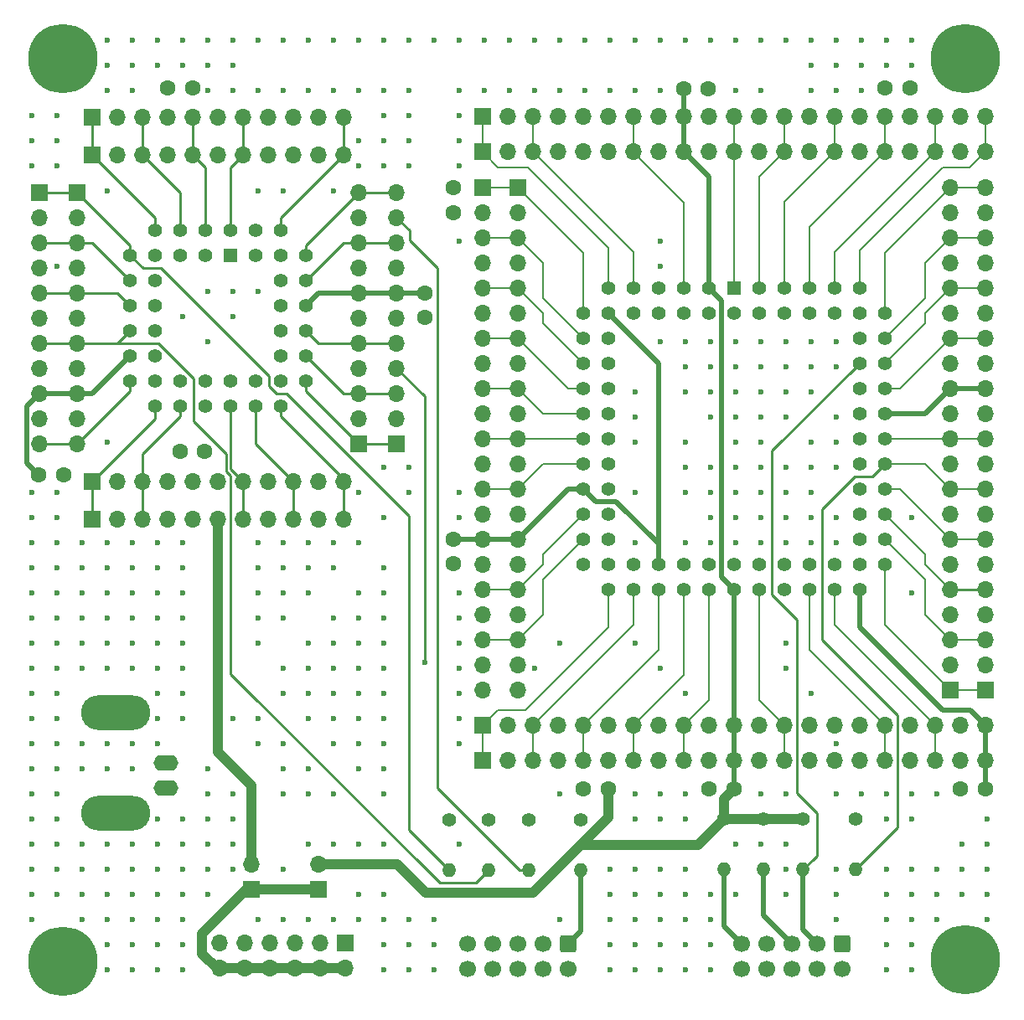
<source format=gtl>
G04 #@! TF.GenerationSoftware,KiCad,Pcbnew,8.0.3+1*
G04 #@! TF.CreationDate,2024-08-08T21:54:26+02:00*
G04 #@! TF.ProjectId,EpmDevBoard,45706d44-6576-4426-9f61-72642e6b6963,rev?*
G04 #@! TF.SameCoordinates,Original*
G04 #@! TF.FileFunction,Copper,L1,Top*
G04 #@! TF.FilePolarity,Positive*
%FSLAX46Y46*%
G04 Gerber Fmt 4.6, Leading zero omitted, Abs format (unit mm)*
G04 Created by KiCad (PCBNEW 8.0.3+1) date 2024-08-08 21:54:26*
%MOMM*%
%LPD*%
G01*
G04 APERTURE LIST*
G04 Aperture macros list*
%AMRoundRect*
0 Rectangle with rounded corners*
0 $1 Rounding radius*
0 $2 $3 $4 $5 $6 $7 $8 $9 X,Y pos of 4 corners*
0 Add a 4 corners polygon primitive as box body*
4,1,4,$2,$3,$4,$5,$6,$7,$8,$9,$2,$3,0*
0 Add four circle primitives for the rounded corners*
1,1,$1+$1,$2,$3*
1,1,$1+$1,$4,$5*
1,1,$1+$1,$6,$7*
1,1,$1+$1,$8,$9*
0 Add four rect primitives between the rounded corners*
20,1,$1+$1,$2,$3,$4,$5,0*
20,1,$1+$1,$4,$5,$6,$7,0*
20,1,$1+$1,$6,$7,$8,$9,0*
20,1,$1+$1,$8,$9,$2,$3,0*%
G04 Aperture macros list end*
G04 #@! TA.AperFunction,ComponentPad*
%ADD10O,1.700000X1.700000*%
G04 #@! TD*
G04 #@! TA.AperFunction,ComponentPad*
%ADD11R,1.700000X1.700000*%
G04 #@! TD*
G04 #@! TA.AperFunction,ComponentPad*
%ADD12O,1.400000X1.400000*%
G04 #@! TD*
G04 #@! TA.AperFunction,ComponentPad*
%ADD13C,1.400000*%
G04 #@! TD*
G04 #@! TA.AperFunction,ComponentPad*
%ADD14C,7.000000*%
G04 #@! TD*
G04 #@! TA.AperFunction,ComponentPad*
%ADD15C,1.422400*%
G04 #@! TD*
G04 #@! TA.AperFunction,ComponentPad*
%ADD16R,1.422400X1.422400*%
G04 #@! TD*
G04 #@! TA.AperFunction,ComponentPad*
%ADD17C,1.600000*%
G04 #@! TD*
G04 #@! TA.AperFunction,ComponentPad*
%ADD18C,1.700000*%
G04 #@! TD*
G04 #@! TA.AperFunction,ComponentPad*
%ADD19RoundRect,0.250000X-0.600000X0.600000X-0.600000X-0.600000X0.600000X-0.600000X0.600000X0.600000X0*%
G04 #@! TD*
G04 #@! TA.AperFunction,ComponentPad*
%ADD20O,7.000000X3.500000*%
G04 #@! TD*
G04 #@! TA.AperFunction,ComponentPad*
%ADD21O,2.500000X1.600000*%
G04 #@! TD*
G04 #@! TA.AperFunction,ViaPad*
%ADD22C,0.600000*%
G04 #@! TD*
G04 #@! TA.AperFunction,Conductor*
%ADD23C,0.250000*%
G04 #@! TD*
G04 #@! TA.AperFunction,Conductor*
%ADD24C,0.200000*%
G04 #@! TD*
G04 #@! TA.AperFunction,Conductor*
%ADD25C,0.500000*%
G04 #@! TD*
G04 #@! TA.AperFunction,Conductor*
%ADD26C,1.000000*%
G04 #@! TD*
G04 APERTURE END LIST*
D10*
X73406000Y-162418500D03*
D11*
X73406000Y-164958500D03*
D10*
X70206000Y-172933500D03*
X70206000Y-170393500D03*
X72746000Y-172933500D03*
X72746000Y-170393500D03*
X75286000Y-172933500D03*
X75286000Y-170393500D03*
X77826000Y-172933500D03*
X77826000Y-170393500D03*
X80366000Y-172933500D03*
X80366000Y-170393500D03*
X82906000Y-172933500D03*
D11*
X82906000Y-170393500D03*
D12*
X129131000Y-162953500D03*
D13*
X129131000Y-157873500D03*
D10*
X100296000Y-144762800D03*
X100296000Y-142222800D03*
X100296000Y-139682800D03*
X100296000Y-137142800D03*
X100296000Y-134602800D03*
X100296000Y-132062800D03*
X100296000Y-129522800D03*
X100296000Y-126982800D03*
X100296000Y-124442800D03*
X100296000Y-121902800D03*
X100296000Y-119362800D03*
X100296000Y-116822800D03*
X100296000Y-114282800D03*
X100296000Y-111742800D03*
X100296000Y-109202800D03*
X100296000Y-106662800D03*
X100296000Y-104122800D03*
X100296000Y-101582800D03*
X100296000Y-99042800D03*
X100296000Y-96502800D03*
D11*
X100296000Y-93962800D03*
D10*
X55810000Y-119865000D03*
X55810000Y-117325000D03*
X55810000Y-114785000D03*
X55810000Y-112245000D03*
X55810000Y-109705000D03*
X55810000Y-107165000D03*
X55810000Y-104625000D03*
X55810000Y-102085000D03*
X55810000Y-99545000D03*
X55810000Y-97005000D03*
D11*
X55810000Y-94465000D03*
D14*
X54300000Y-81000000D03*
D15*
X71304000Y-98275000D03*
X73844000Y-100815000D03*
X73844000Y-98275000D03*
X76384000Y-100815000D03*
X76384000Y-98275000D03*
X78924000Y-100815000D03*
X76384000Y-103355000D03*
X78924000Y-103355000D03*
X76384000Y-105895000D03*
X78924000Y-105895000D03*
X76384000Y-108435000D03*
X78924000Y-108435000D03*
X76384000Y-110975000D03*
X78924000Y-110975000D03*
X76384000Y-113515000D03*
X78924000Y-113515000D03*
X76384000Y-116055000D03*
X73844000Y-113515000D03*
X73844000Y-116055000D03*
X71304000Y-113515000D03*
X71304000Y-116055000D03*
X68764000Y-113515000D03*
X68764000Y-116055000D03*
X66224000Y-113515000D03*
X66224000Y-116055000D03*
X63684000Y-113515000D03*
X63684000Y-116055000D03*
X61144000Y-113515000D03*
X63684000Y-110975000D03*
X61144000Y-110975000D03*
X63684000Y-108435000D03*
X61144000Y-108435000D03*
X63684000Y-105895000D03*
X61144000Y-105895000D03*
X63684000Y-103355000D03*
X61144000Y-103355000D03*
X63684000Y-100815000D03*
X61144000Y-100815000D03*
X63684000Y-98275000D03*
X66224000Y-100815000D03*
X66224000Y-98275000D03*
X68764000Y-100815000D03*
X68764000Y-98275000D03*
D16*
X71304000Y-100815000D03*
D10*
X82734000Y-90655000D03*
X80194000Y-90655000D03*
X77654000Y-90655000D03*
X75114000Y-90655000D03*
X72574000Y-90655000D03*
X70034000Y-90655000D03*
X67494000Y-90655000D03*
X64954000Y-90655000D03*
X62414000Y-90655000D03*
X59874000Y-90655000D03*
D11*
X57334000Y-90655000D03*
D10*
X147540000Y-93962800D03*
X147540000Y-96502800D03*
X147540000Y-99042800D03*
X147540000Y-101582800D03*
X147540000Y-104122800D03*
X147540000Y-106662800D03*
X147540000Y-109202800D03*
X147540000Y-111742800D03*
X147540000Y-114282800D03*
X147540000Y-116822800D03*
X147540000Y-119362800D03*
X147540000Y-121902800D03*
X147540000Y-124442800D03*
X147540000Y-126982800D03*
X147540000Y-129522800D03*
X147540000Y-132062800D03*
X147540000Y-134602800D03*
X147540000Y-137142800D03*
X147540000Y-139682800D03*
X147540000Y-142222800D03*
D11*
X147540000Y-144762800D03*
D17*
X54400000Y-123025000D03*
X51900000Y-123025000D03*
D14*
X145500000Y-172100000D03*
D17*
X137425000Y-83925000D03*
X139925000Y-83925000D03*
X90932000Y-107125000D03*
X90932000Y-104625000D03*
D10*
X82734000Y-86845000D03*
X80194000Y-86845000D03*
X77654000Y-86845000D03*
X75114000Y-86845000D03*
X72574000Y-86845000D03*
X70034000Y-86845000D03*
X67494000Y-86845000D03*
X64954000Y-86845000D03*
X62414000Y-86845000D03*
X59874000Y-86845000D03*
D11*
X57334000Y-86845000D03*
D12*
X125131000Y-162953500D03*
D13*
X125131000Y-157873500D03*
D10*
X147540000Y-148318800D03*
X145000000Y-148318800D03*
X142460000Y-148318800D03*
X139920000Y-148318800D03*
X137380000Y-148318800D03*
X134840000Y-148318800D03*
X132300000Y-148318800D03*
X129760000Y-148318800D03*
X127220000Y-148318800D03*
X124680000Y-148318800D03*
X122140000Y-148318800D03*
X119600000Y-148318800D03*
X117060000Y-148318800D03*
X114520000Y-148318800D03*
X111980000Y-148318800D03*
X109440000Y-148318800D03*
X106900000Y-148318800D03*
X104360000Y-148318800D03*
X101820000Y-148318800D03*
X99280000Y-148318800D03*
D11*
X96740000Y-148318800D03*
D17*
X119650000Y-154750000D03*
X122150000Y-154750000D03*
D12*
X97381000Y-163013500D03*
D13*
X97381000Y-157933500D03*
D17*
X93800000Y-132025000D03*
X93800000Y-129525000D03*
D12*
X134431000Y-162953500D03*
D13*
X134431000Y-157873500D03*
D10*
X84258000Y-94465000D03*
X84258000Y-97005000D03*
X84258000Y-99545000D03*
X84258000Y-102085000D03*
X84258000Y-104625000D03*
X84258000Y-107165000D03*
X84258000Y-109705000D03*
X84258000Y-112245000D03*
X84258000Y-114785000D03*
X84258000Y-117325000D03*
D11*
X84258000Y-119865000D03*
D10*
X96740000Y-144762800D03*
X96740000Y-142222800D03*
X96740000Y-139682800D03*
X96740000Y-137142800D03*
X96740000Y-134602800D03*
X96740000Y-132062800D03*
X96740000Y-129522800D03*
X96740000Y-126982800D03*
X96740000Y-124442800D03*
X96740000Y-121902800D03*
X96740000Y-119362800D03*
X96740000Y-116822800D03*
X96740000Y-114282800D03*
X96740000Y-111742800D03*
X96740000Y-109202800D03*
X96740000Y-106662800D03*
X96740000Y-104122800D03*
X96740000Y-101582800D03*
X96740000Y-99042800D03*
X96740000Y-96502800D03*
D11*
X96740000Y-93962800D03*
D10*
X147540000Y-86800000D03*
X145000000Y-86800000D03*
X142460000Y-86800000D03*
X139920000Y-86800000D03*
X137380000Y-86800000D03*
X134840000Y-86800000D03*
X132300000Y-86800000D03*
X129760000Y-86800000D03*
X127220000Y-86800000D03*
X124680000Y-86800000D03*
X122140000Y-86800000D03*
X119600000Y-86800000D03*
X117060000Y-86800000D03*
X114520000Y-86800000D03*
X111980000Y-86800000D03*
X109440000Y-86800000D03*
X106900000Y-86800000D03*
X104360000Y-86800000D03*
X101820000Y-86800000D03*
X99280000Y-86800000D03*
D11*
X96740000Y-86800000D03*
D12*
X121131000Y-162953500D03*
D13*
X121131000Y-157873500D03*
D17*
X119550000Y-83975000D03*
X117050000Y-83975000D03*
X67450000Y-83925000D03*
X64950000Y-83925000D03*
X93775000Y-94000000D03*
X93775000Y-96500000D03*
X106925000Y-154775000D03*
X109425000Y-154775000D03*
D10*
X52000000Y-119865000D03*
X52000000Y-117325000D03*
X52000000Y-114785000D03*
X52000000Y-112245000D03*
X52000000Y-109705000D03*
X52000000Y-107165000D03*
X52000000Y-104625000D03*
X52000000Y-102085000D03*
X52000000Y-99545000D03*
X52000000Y-97005000D03*
D11*
X52000000Y-94465000D03*
D14*
X145500000Y-81000000D03*
D12*
X93381000Y-163013500D03*
D13*
X93381000Y-157933500D03*
D12*
X101381000Y-163003500D03*
D13*
X101381000Y-157923500D03*
D10*
X82734000Y-123675000D03*
X80194000Y-123675000D03*
X77654000Y-123675000D03*
X75114000Y-123675000D03*
X72574000Y-123675000D03*
X70034000Y-123675000D03*
X67494000Y-123675000D03*
X64954000Y-123675000D03*
X62414000Y-123675000D03*
X59874000Y-123675000D03*
D11*
X57334000Y-123675000D03*
D15*
X124680000Y-106662800D03*
X124680000Y-104122800D03*
X127220000Y-106662800D03*
X127220000Y-104122800D03*
X129760000Y-106662800D03*
X129760000Y-104122800D03*
X132300000Y-106662800D03*
X132300000Y-104122800D03*
X134840000Y-106662800D03*
X134840000Y-104122800D03*
X137380000Y-106662800D03*
X134840000Y-109202800D03*
X137380000Y-109202800D03*
X134840000Y-111742800D03*
X137380000Y-111742800D03*
X134840000Y-114282800D03*
X137380000Y-114282800D03*
X134840000Y-116822800D03*
X137380000Y-116822800D03*
X134840000Y-119362800D03*
X137380000Y-119362800D03*
X134840000Y-121902800D03*
X137380000Y-121902800D03*
X134840000Y-124442800D03*
X137380000Y-124442800D03*
X134840000Y-126982800D03*
X137380000Y-126982800D03*
X134840000Y-129522800D03*
X137380000Y-129522800D03*
X134840000Y-132062800D03*
X137380000Y-132062800D03*
X134840000Y-134602800D03*
X132300000Y-132062800D03*
X132300000Y-134602800D03*
X129760000Y-132062800D03*
X129760000Y-134602800D03*
X127220000Y-132062800D03*
X127220000Y-134602800D03*
X124680000Y-132062800D03*
X124680000Y-134602800D03*
X122140000Y-132062800D03*
X122140000Y-134602800D03*
X119600000Y-132062800D03*
X119600000Y-134602800D03*
X117060000Y-132062800D03*
X117060000Y-134602800D03*
X114520000Y-132062800D03*
X114520000Y-134602800D03*
X111980000Y-132062800D03*
X111980000Y-134602800D03*
X109440000Y-132062800D03*
X109440000Y-134602800D03*
X106900000Y-132062800D03*
X109440000Y-129522800D03*
X106900000Y-129522800D03*
X109440000Y-126982800D03*
X106900000Y-126982800D03*
X109440000Y-124442800D03*
X106900000Y-124442800D03*
X109440000Y-121902800D03*
X106900000Y-121902800D03*
X109440000Y-119362800D03*
X106900000Y-119362800D03*
X109440000Y-116822800D03*
X106900000Y-116822800D03*
X109440000Y-114282800D03*
X106900000Y-114282800D03*
X109440000Y-111742800D03*
X106900000Y-111742800D03*
X109440000Y-109202800D03*
X106900000Y-109202800D03*
X109440000Y-106662800D03*
X106900000Y-106662800D03*
X109440000Y-104122800D03*
X111980000Y-106662800D03*
X111980000Y-104122800D03*
X114520000Y-106662800D03*
X114520000Y-104122800D03*
X117060000Y-106662800D03*
X117060000Y-104122800D03*
X119600000Y-106662800D03*
X119600000Y-104122800D03*
X122140000Y-106662800D03*
D16*
X122140000Y-104122800D03*
D12*
X106681000Y-163013500D03*
D13*
X106681000Y-157933500D03*
D10*
X80156000Y-162418500D03*
D11*
X80156000Y-164958500D03*
D17*
X66150000Y-120625000D03*
X68650000Y-120625000D03*
D18*
X95256000Y-172983500D03*
X95256000Y-170443500D03*
X97796000Y-172983500D03*
X97796000Y-170443500D03*
X100336000Y-172983500D03*
X100336000Y-170443500D03*
X102876000Y-172983500D03*
X102876000Y-170443500D03*
X105416000Y-172983500D03*
D19*
X105416000Y-170443500D03*
D10*
X88068000Y-94465000D03*
X88068000Y-97005000D03*
X88068000Y-99545000D03*
X88068000Y-102085000D03*
X88068000Y-104625000D03*
X88068000Y-107165000D03*
X88068000Y-109705000D03*
X88068000Y-112245000D03*
X88068000Y-114785000D03*
X88068000Y-117325000D03*
D11*
X88068000Y-119865000D03*
D10*
X143984000Y-93962800D03*
X143984000Y-96502800D03*
X143984000Y-99042800D03*
X143984000Y-101582800D03*
X143984000Y-104122800D03*
X143984000Y-106662800D03*
X143984000Y-109202800D03*
X143984000Y-111742800D03*
X143984000Y-114282800D03*
X143984000Y-116822800D03*
X143984000Y-119362800D03*
X143984000Y-121902800D03*
X143984000Y-124442800D03*
X143984000Y-126982800D03*
X143984000Y-129522800D03*
X143984000Y-132062800D03*
X143984000Y-134602800D03*
X143984000Y-137142800D03*
X143984000Y-139682800D03*
X143984000Y-142222800D03*
D11*
X143984000Y-144762800D03*
D10*
X147540000Y-90356000D03*
X145000000Y-90356000D03*
X142460000Y-90356000D03*
X139920000Y-90356000D03*
X137380000Y-90356000D03*
X134840000Y-90356000D03*
X132300000Y-90356000D03*
X129760000Y-90356000D03*
X127220000Y-90356000D03*
X124680000Y-90356000D03*
X122140000Y-90356000D03*
X119600000Y-90356000D03*
X117060000Y-90356000D03*
X114520000Y-90356000D03*
X111980000Y-90356000D03*
X109440000Y-90356000D03*
X106900000Y-90356000D03*
X104360000Y-90356000D03*
X101820000Y-90356000D03*
X99280000Y-90356000D03*
D11*
X96740000Y-90356000D03*
D18*
X122936000Y-172983500D03*
X122936000Y-170443500D03*
X125476000Y-172983500D03*
X125476000Y-170443500D03*
X128016000Y-172983500D03*
X128016000Y-170443500D03*
X130556000Y-172983500D03*
X130556000Y-170443500D03*
X133096000Y-172983500D03*
D19*
X133096000Y-170443500D03*
D14*
X54300000Y-172200000D03*
D20*
X59645000Y-147066000D03*
D21*
X64725000Y-154686000D03*
D20*
X59645000Y-157226000D03*
D21*
X64725000Y-152146000D03*
D17*
X145050000Y-154800000D03*
X147550000Y-154800000D03*
D10*
X147540000Y-151874800D03*
X145000000Y-151874800D03*
X142460000Y-151874800D03*
X139920000Y-151874800D03*
X137380000Y-151874800D03*
X134840000Y-151874800D03*
X132300000Y-151874800D03*
X129760000Y-151874800D03*
X127220000Y-151874800D03*
X124680000Y-151874800D03*
X122140000Y-151874800D03*
X119600000Y-151874800D03*
X117060000Y-151874800D03*
X114520000Y-151874800D03*
X111980000Y-151874800D03*
X109440000Y-151874800D03*
X106900000Y-151874800D03*
X104360000Y-151874800D03*
X101820000Y-151874800D03*
X99280000Y-151874800D03*
D11*
X96740000Y-151874800D03*
D10*
X82734000Y-127485000D03*
X80194000Y-127485000D03*
X77654000Y-127485000D03*
X75114000Y-127485000D03*
X72574000Y-127485000D03*
X70034000Y-127485000D03*
X67494000Y-127485000D03*
X64954000Y-127485000D03*
X62414000Y-127485000D03*
X59874000Y-127485000D03*
D11*
X57334000Y-127485000D03*
D22*
X147740000Y-168015000D03*
X147740000Y-165475000D03*
X147740000Y-162935000D03*
X147740000Y-160395000D03*
X147740000Y-157855000D03*
X145200000Y-165475000D03*
X145200000Y-162935000D03*
X145200000Y-160395000D03*
X142660000Y-168015000D03*
X142660000Y-165475000D03*
X142660000Y-162935000D03*
X142660000Y-155315000D03*
X140120000Y-173095000D03*
X140120000Y-170555000D03*
X140120000Y-168015000D03*
X140120000Y-165475000D03*
X140120000Y-162935000D03*
X140120000Y-157855000D03*
X140120000Y-155315000D03*
X140120000Y-134995000D03*
X140120000Y-127375000D03*
X140120000Y-81655000D03*
X140120000Y-79115000D03*
X137580000Y-173095000D03*
X137580000Y-170555000D03*
X137580000Y-168015000D03*
X137580000Y-165475000D03*
X137580000Y-162935000D03*
X137580000Y-157855000D03*
X137580000Y-155315000D03*
X137580000Y-81655000D03*
X137580000Y-79115000D03*
X135040000Y-155315000D03*
X135040000Y-84195000D03*
X135040000Y-81655000D03*
X135040000Y-79115000D03*
X132500000Y-168015000D03*
X132500000Y-165475000D03*
X132500000Y-162935000D03*
X132500000Y-155315000D03*
X132500000Y-150235000D03*
X132500000Y-129915000D03*
X132500000Y-127375000D03*
X132500000Y-122295000D03*
X132500000Y-119755000D03*
X132500000Y-117215000D03*
X132500000Y-112135000D03*
X132500000Y-109595000D03*
X132500000Y-84195000D03*
X132500000Y-81655000D03*
X132500000Y-79115000D03*
X129960000Y-145155000D03*
X129960000Y-129915000D03*
X129960000Y-127375000D03*
X129960000Y-124835000D03*
X129960000Y-122295000D03*
X129960000Y-119755000D03*
X129960000Y-114675000D03*
X129960000Y-112135000D03*
X129960000Y-109595000D03*
X129960000Y-84195000D03*
X129960000Y-81655000D03*
X129960000Y-79115000D03*
X127420000Y-165475000D03*
X127420000Y-162935000D03*
X127420000Y-160395000D03*
X127420000Y-155315000D03*
X127420000Y-142615000D03*
X127420000Y-140075000D03*
X127420000Y-129915000D03*
X127420000Y-127375000D03*
X127420000Y-124835000D03*
X127420000Y-122295000D03*
X127420000Y-117215000D03*
X127420000Y-114675000D03*
X127420000Y-112135000D03*
X127420000Y-109595000D03*
X127420000Y-79115000D03*
X124880000Y-160395000D03*
X124880000Y-155315000D03*
X124880000Y-129915000D03*
X124880000Y-127375000D03*
X124880000Y-124835000D03*
X124880000Y-122295000D03*
X124880000Y-119755000D03*
X124880000Y-117215000D03*
X124880000Y-114675000D03*
X124880000Y-112135000D03*
X124880000Y-109595000D03*
X124880000Y-84195000D03*
X124880000Y-79115000D03*
X122340000Y-165475000D03*
X122340000Y-160395000D03*
X122340000Y-129915000D03*
X122340000Y-127375000D03*
X122340000Y-124835000D03*
X122340000Y-122295000D03*
X122340000Y-119755000D03*
X122340000Y-117215000D03*
X122340000Y-114675000D03*
X122340000Y-112135000D03*
X122340000Y-109595000D03*
X122340000Y-84195000D03*
X122340000Y-79115000D03*
X119800000Y-173095000D03*
X119800000Y-170555000D03*
X119800000Y-168015000D03*
X119800000Y-165475000D03*
X119800000Y-129915000D03*
X119800000Y-127375000D03*
X119800000Y-124835000D03*
X119800000Y-122295000D03*
X119800000Y-117215000D03*
X119800000Y-114675000D03*
X119800000Y-112135000D03*
X119800000Y-109595000D03*
X119800000Y-79115000D03*
X117260000Y-173095000D03*
X117260000Y-170555000D03*
X117260000Y-168015000D03*
X117260000Y-165475000D03*
X117260000Y-162935000D03*
X117260000Y-157855000D03*
X117260000Y-155315000D03*
X117260000Y-145155000D03*
X117260000Y-129915000D03*
X117260000Y-124835000D03*
X117260000Y-122295000D03*
X117260000Y-119755000D03*
X117260000Y-114675000D03*
X117260000Y-112135000D03*
X117260000Y-109595000D03*
X117260000Y-79115000D03*
X114720000Y-173095000D03*
X114720000Y-170555000D03*
X114720000Y-168015000D03*
X114720000Y-165475000D03*
X114720000Y-162935000D03*
X114720000Y-157855000D03*
X114720000Y-155315000D03*
X114720000Y-142615000D03*
X114720000Y-109595000D03*
X114720000Y-101975000D03*
X114720000Y-99435000D03*
X114720000Y-84195000D03*
X114720000Y-79115000D03*
X112180000Y-173095000D03*
X112180000Y-170555000D03*
X112180000Y-168015000D03*
X112180000Y-165475000D03*
X112180000Y-162935000D03*
X112180000Y-157855000D03*
X112180000Y-155315000D03*
X112180000Y-140075000D03*
X112180000Y-129915000D03*
X112180000Y-124835000D03*
X112180000Y-119755000D03*
X112180000Y-117215000D03*
X112180000Y-114675000D03*
X112180000Y-84195000D03*
X112180000Y-79115000D03*
X109640000Y-173095000D03*
X109640000Y-170555000D03*
X109640000Y-168015000D03*
X109640000Y-165475000D03*
X109640000Y-162935000D03*
X109640000Y-84195000D03*
X109640000Y-79115000D03*
X107100000Y-84195000D03*
X107100000Y-79115000D03*
X104560000Y-168015000D03*
X104560000Y-155315000D03*
X104560000Y-140075000D03*
X104560000Y-84195000D03*
X104560000Y-79115000D03*
X102020000Y-142615000D03*
X102020000Y-84195000D03*
X102020000Y-79115000D03*
X99480000Y-84195000D03*
X99480000Y-79115000D03*
X96940000Y-84195000D03*
X96940000Y-79115000D03*
X94400000Y-160395000D03*
X94400000Y-150235000D03*
X94400000Y-147695000D03*
X94400000Y-145155000D03*
X94400000Y-142615000D03*
X94400000Y-140075000D03*
X94400000Y-137535000D03*
X94400000Y-134995000D03*
X94400000Y-127375000D03*
X94400000Y-124835000D03*
X94400000Y-99435000D03*
X94400000Y-91815000D03*
X94400000Y-89275000D03*
X94400000Y-86735000D03*
X94400000Y-84195000D03*
X94400000Y-79115000D03*
X91860000Y-173095000D03*
X91860000Y-170555000D03*
X91860000Y-168015000D03*
X91860000Y-79115000D03*
X89320000Y-173095000D03*
X89320000Y-170555000D03*
X89320000Y-168015000D03*
X89320000Y-124835000D03*
X89320000Y-122295000D03*
X89320000Y-91815000D03*
X89320000Y-89275000D03*
X89320000Y-86735000D03*
X89320000Y-84195000D03*
X89320000Y-79115000D03*
X86780000Y-173095000D03*
X86780000Y-170555000D03*
X86780000Y-168015000D03*
X86780000Y-165475000D03*
X86780000Y-160395000D03*
X86780000Y-155315000D03*
X86780000Y-152775000D03*
X86780000Y-150235000D03*
X86780000Y-147695000D03*
X86780000Y-145155000D03*
X86780000Y-142615000D03*
X86780000Y-140075000D03*
X86780000Y-137535000D03*
X86780000Y-134995000D03*
X86780000Y-132455000D03*
X86780000Y-127375000D03*
X86780000Y-122295000D03*
X86780000Y-91815000D03*
X86780000Y-89275000D03*
X86780000Y-86735000D03*
X86780000Y-84195000D03*
X86780000Y-79115000D03*
X84240000Y-168015000D03*
X84240000Y-165475000D03*
X84240000Y-160395000D03*
X84240000Y-152775000D03*
X84240000Y-150235000D03*
X84240000Y-147695000D03*
X84240000Y-145155000D03*
X84240000Y-142615000D03*
X84240000Y-140075000D03*
X84240000Y-137535000D03*
X84240000Y-134995000D03*
X84240000Y-129915000D03*
X84240000Y-124835000D03*
X84240000Y-91815000D03*
X84240000Y-89275000D03*
X84240000Y-84195000D03*
X84240000Y-79115000D03*
X81700000Y-168015000D03*
X81700000Y-160395000D03*
X81700000Y-155315000D03*
X81700000Y-150235000D03*
X81700000Y-147695000D03*
X81700000Y-145155000D03*
X81700000Y-142615000D03*
X81700000Y-140075000D03*
X81700000Y-137535000D03*
X81700000Y-132455000D03*
X81700000Y-129915000D03*
X81700000Y-94355000D03*
X81700000Y-84195000D03*
X81700000Y-79115000D03*
X79160000Y-168015000D03*
X79160000Y-160395000D03*
X79160000Y-155315000D03*
X79160000Y-152775000D03*
X79160000Y-147695000D03*
X79160000Y-145155000D03*
X79160000Y-142615000D03*
X79160000Y-140075000D03*
X79160000Y-134995000D03*
X79160000Y-132455000D03*
X79160000Y-129915000D03*
X79160000Y-84195000D03*
X79160000Y-79115000D03*
X76620000Y-168015000D03*
X76620000Y-162935000D03*
X76620000Y-155315000D03*
X76620000Y-152775000D03*
X76620000Y-150235000D03*
X76620000Y-145155000D03*
X76620000Y-142615000D03*
X76620000Y-137535000D03*
X76620000Y-134995000D03*
X76620000Y-132455000D03*
X76620000Y-129915000D03*
X76620000Y-94355000D03*
X76620000Y-84195000D03*
X76620000Y-79115000D03*
X74080000Y-168015000D03*
X74080000Y-150235000D03*
X74080000Y-147695000D03*
X74080000Y-140075000D03*
X74080000Y-137535000D03*
X74080000Y-134995000D03*
X74080000Y-132455000D03*
X74080000Y-129915000D03*
X74080000Y-104515000D03*
X74080000Y-94355000D03*
X74080000Y-84195000D03*
X74080000Y-79115000D03*
X71540000Y-162935000D03*
X71540000Y-160395000D03*
X71540000Y-157855000D03*
X71540000Y-155315000D03*
X71540000Y-147695000D03*
X71540000Y-107055000D03*
X71540000Y-104515000D03*
X71540000Y-84195000D03*
X71540000Y-81655000D03*
X71540000Y-79115000D03*
X69000000Y-165475000D03*
X69000000Y-162935000D03*
X69000000Y-160395000D03*
X69000000Y-157855000D03*
X69000000Y-155315000D03*
X69000000Y-152775000D03*
X69000000Y-109595000D03*
X69000000Y-104515000D03*
X69000000Y-84195000D03*
X69000000Y-81655000D03*
X69000000Y-79115000D03*
X66460000Y-173095000D03*
X66460000Y-170555000D03*
X66460000Y-168015000D03*
X66460000Y-165475000D03*
X66460000Y-162935000D03*
X66460000Y-160395000D03*
X66460000Y-157855000D03*
X66460000Y-147695000D03*
X66460000Y-145155000D03*
X66460000Y-142615000D03*
X66460000Y-140075000D03*
X66460000Y-137535000D03*
X66460000Y-134995000D03*
X66460000Y-132455000D03*
X66460000Y-129915000D03*
X66460000Y-107055000D03*
X66460000Y-81655000D03*
X66460000Y-79115000D03*
X63920000Y-173095000D03*
X63920000Y-170555000D03*
X63920000Y-168015000D03*
X63920000Y-165475000D03*
X63920000Y-162935000D03*
X63920000Y-160395000D03*
X63920000Y-157855000D03*
X63920000Y-150235000D03*
X63920000Y-147695000D03*
X63920000Y-145155000D03*
X63920000Y-142615000D03*
X63920000Y-140075000D03*
X63920000Y-137535000D03*
X63920000Y-134995000D03*
X63920000Y-132455000D03*
X63920000Y-129915000D03*
X63920000Y-81655000D03*
X63920000Y-79115000D03*
X61380000Y-173095000D03*
X61380000Y-170555000D03*
X61380000Y-168015000D03*
X61380000Y-165475000D03*
X61380000Y-162935000D03*
X61380000Y-160395000D03*
X61380000Y-152775000D03*
X61380000Y-150235000D03*
X61380000Y-142615000D03*
X61380000Y-140075000D03*
X61380000Y-137535000D03*
X61380000Y-134995000D03*
X61380000Y-132455000D03*
X61380000Y-129915000D03*
X61380000Y-84195000D03*
X61380000Y-81655000D03*
X61380000Y-79115000D03*
X58840000Y-173095000D03*
X58840000Y-170555000D03*
X58840000Y-168015000D03*
X58840000Y-165475000D03*
X58840000Y-162935000D03*
X58840000Y-160395000D03*
X58840000Y-152775000D03*
X58840000Y-150235000D03*
X58840000Y-142615000D03*
X58840000Y-140075000D03*
X58840000Y-137535000D03*
X58840000Y-134995000D03*
X58840000Y-132455000D03*
X58840000Y-129915000D03*
X58840000Y-119755000D03*
X58840000Y-94355000D03*
X58840000Y-84195000D03*
X58840000Y-81655000D03*
X58840000Y-79115000D03*
X56300000Y-168015000D03*
X56300000Y-165475000D03*
X56300000Y-162935000D03*
X56300000Y-160395000D03*
X56300000Y-152775000D03*
X56300000Y-150235000D03*
X56300000Y-142615000D03*
X56300000Y-140075000D03*
X56300000Y-137535000D03*
X56300000Y-134995000D03*
X56300000Y-132455000D03*
X56300000Y-129915000D03*
X53760000Y-165475000D03*
X53760000Y-162935000D03*
X53760000Y-160395000D03*
X53760000Y-157855000D03*
X53760000Y-155315000D03*
X53760000Y-152775000D03*
X53760000Y-150235000D03*
X53760000Y-147695000D03*
X53760000Y-145155000D03*
X53760000Y-142615000D03*
X53760000Y-140075000D03*
X53760000Y-137535000D03*
X53760000Y-134995000D03*
X53760000Y-132455000D03*
X53760000Y-129915000D03*
X53760000Y-127375000D03*
X53760000Y-124835000D03*
X53760000Y-101975000D03*
X53760000Y-91815000D03*
X53760000Y-89275000D03*
X53760000Y-86735000D03*
X51220000Y-168015000D03*
X51220000Y-165475000D03*
X51220000Y-162935000D03*
X51220000Y-160395000D03*
X51220000Y-157855000D03*
X51220000Y-155315000D03*
X51220000Y-152775000D03*
X51220000Y-150235000D03*
X51220000Y-147695000D03*
X51220000Y-145155000D03*
X51220000Y-142615000D03*
X51220000Y-140075000D03*
X51220000Y-137535000D03*
X51220000Y-134995000D03*
X51220000Y-132455000D03*
X51220000Y-129915000D03*
X51220000Y-127375000D03*
X51220000Y-124835000D03*
X51220000Y-91815000D03*
X51220000Y-89275000D03*
X51220000Y-86735000D03*
X90932000Y-141986000D03*
D23*
X66224000Y-94465000D02*
X62414000Y-90655000D01*
X66224000Y-98275000D02*
X66224000Y-94465000D01*
X62414000Y-90655000D02*
X62414000Y-86845000D01*
X82734000Y-90655000D02*
X82734000Y-86845000D01*
X76384000Y-98275000D02*
X76384000Y-97005000D01*
X76384000Y-97005000D02*
X82734000Y-90655000D01*
X68764000Y-91925000D02*
X67494000Y-90655000D01*
X67494000Y-90655000D02*
X67494000Y-86845000D01*
X68764000Y-98275000D02*
X68764000Y-91925000D01*
X71304000Y-98275000D02*
X71304000Y-91925000D01*
X71304000Y-91925000D02*
X72574000Y-90655000D01*
X72574000Y-90655000D02*
X72574000Y-86845000D01*
X63684000Y-98275000D02*
X63684000Y-97005000D01*
X63684000Y-97005000D02*
X57334000Y-90655000D01*
X57334000Y-90655000D02*
X57334000Y-86845000D01*
X55810000Y-99545000D02*
X52000000Y-99545000D01*
X57334000Y-99545000D02*
X55810000Y-99545000D01*
X61144000Y-103355000D02*
X57334000Y-99545000D01*
X61144000Y-114531000D02*
X55810000Y-119865000D01*
X55810000Y-119865000D02*
X52000000Y-119865000D01*
X61144000Y-113515000D02*
X61144000Y-114531000D01*
X55810000Y-104625000D02*
X52000000Y-104625000D01*
X61144000Y-105895000D02*
X59874000Y-104625000D01*
X59874000Y-104625000D02*
X55810000Y-104625000D01*
X84258000Y-114785000D02*
X88068000Y-114785000D01*
X78924000Y-110975000D02*
X82734000Y-114785000D01*
X82734000Y-114785000D02*
X84258000Y-114785000D01*
X78924000Y-108435000D02*
X80194000Y-109705000D01*
X84258000Y-109705000D02*
X88068000Y-109705000D01*
X80194000Y-109705000D02*
X84258000Y-109705000D01*
X78924000Y-100815000D02*
X78924000Y-99799000D01*
X78924000Y-99799000D02*
X84258000Y-94465000D01*
X84258000Y-94465000D02*
X88068000Y-94465000D01*
X78924000Y-114531000D02*
X84258000Y-119865000D01*
X84258000Y-119865000D02*
X88068000Y-119865000D01*
X78924000Y-113515000D02*
X78924000Y-114531000D01*
X84258000Y-99545000D02*
X88068000Y-99545000D01*
X82734000Y-99545000D02*
X84258000Y-99545000D01*
X78924000Y-103355000D02*
X82734000Y-99545000D01*
X72574000Y-123675000D02*
X72574000Y-127485000D01*
X71304000Y-122405000D02*
X72574000Y-123675000D01*
X71304000Y-116055000D02*
X71304000Y-122405000D01*
X82734000Y-123421000D02*
X82734000Y-123675000D01*
X76384000Y-117071000D02*
X82734000Y-123421000D01*
X82734000Y-123675000D02*
X82734000Y-127485000D01*
X76384000Y-116055000D02*
X76384000Y-117071000D01*
X57334000Y-123675000D02*
X57334000Y-127485000D01*
X63684000Y-116055000D02*
X63684000Y-117325000D01*
X63684000Y-117325000D02*
X57334000Y-123675000D01*
X66224000Y-117126000D02*
X66224000Y-116055000D01*
X62414000Y-123675000D02*
X62414000Y-127485000D01*
X62414000Y-120936000D02*
X66224000Y-117126000D01*
X62414000Y-123675000D02*
X62414000Y-120936000D01*
X73844000Y-116055000D02*
X73844000Y-119865000D01*
X73844000Y-119865000D02*
X77654000Y-123675000D01*
X77654000Y-127485000D02*
X77654000Y-123675000D01*
D24*
X111980000Y-104122800D02*
X111980000Y-100516000D01*
X111980000Y-100516000D02*
X101820000Y-90356000D01*
X101820000Y-90356000D02*
X101820000Y-86800000D01*
X142460000Y-90356000D02*
X142460000Y-86800000D01*
X132300000Y-104122800D02*
X132300000Y-100516000D01*
X132300000Y-100516000D02*
X142460000Y-90356000D01*
X122140000Y-104122800D02*
X122140000Y-90356000D01*
X122140000Y-90356000D02*
X122140000Y-86800000D01*
X109440000Y-100058800D02*
X101312000Y-91930800D01*
X96740000Y-90356000D02*
X96740000Y-86800000D01*
X101312000Y-91930800D02*
X98314800Y-91930800D01*
X98314800Y-91930800D02*
X96740000Y-90356000D01*
X109440000Y-104122800D02*
X109440000Y-100058800D01*
X143222000Y-91930800D02*
X145965200Y-91930800D01*
X134840000Y-104122800D02*
X134840000Y-100312800D01*
X134840000Y-100312800D02*
X143222000Y-91930800D01*
X147540000Y-90356000D02*
X147540000Y-86800000D01*
X145965200Y-91930800D02*
X147540000Y-90356000D01*
X111980000Y-90356000D02*
X111980000Y-86800000D01*
X111980000Y-90406800D02*
X111980000Y-90356000D01*
X117060000Y-104122800D02*
X117060000Y-95486800D01*
X117060000Y-95486800D02*
X111980000Y-90406800D01*
X129760000Y-104122800D02*
X129760000Y-97976000D01*
X137380000Y-90356000D02*
X137380000Y-86800000D01*
X129760000Y-97976000D02*
X137380000Y-90356000D01*
X132300000Y-90356000D02*
X132300000Y-86800000D01*
X127220000Y-104122800D02*
X127220000Y-95436000D01*
X127220000Y-95436000D02*
X132300000Y-90356000D01*
X106900000Y-114282800D02*
X105376000Y-114282800D01*
X105376000Y-114282800D02*
X100296000Y-109202800D01*
X100296000Y-109202800D02*
X96740000Y-109202800D01*
X106900000Y-106662800D02*
X106900000Y-100566800D01*
X100296000Y-93962800D02*
X96740000Y-93962800D01*
X106900000Y-100566800D02*
X100296000Y-93962800D01*
X106900000Y-116822800D02*
X102836000Y-116822800D01*
X100296000Y-114282800D02*
X96740000Y-114282800D01*
X102836000Y-116822800D02*
X100296000Y-114282800D01*
X106900000Y-129522800D02*
X102836000Y-133586800D01*
X102836000Y-137142800D02*
X100296000Y-139682800D01*
X100296000Y-139682800D02*
X96740000Y-139682800D01*
X102836000Y-133586800D02*
X102836000Y-137142800D01*
X102836000Y-131046800D02*
X102836000Y-132062800D01*
X100296000Y-134602800D02*
X96740000Y-134602800D01*
X106900000Y-126982800D02*
X102836000Y-131046800D01*
X102836000Y-132062800D02*
X100296000Y-134602800D01*
X100296000Y-119362800D02*
X96740000Y-119362800D01*
X106900000Y-119362800D02*
X100296000Y-119362800D01*
X100296000Y-124442800D02*
X96740000Y-124442800D01*
X106900000Y-121902800D02*
X102836000Y-121902800D01*
X102836000Y-121902800D02*
X100296000Y-124442800D01*
X102836000Y-107678800D02*
X102836000Y-106662800D01*
X106900000Y-111742800D02*
X102836000Y-107678800D01*
X102836000Y-106662800D02*
X100296000Y-104122800D01*
X100296000Y-104122800D02*
X96740000Y-104122800D01*
X137380000Y-129522800D02*
X141444000Y-133586800D01*
X141444000Y-133586800D02*
X141444000Y-137142800D01*
X141444000Y-137142800D02*
X143984000Y-139682800D01*
X143984000Y-139682800D02*
X147540000Y-139682800D01*
X143984000Y-119362800D02*
X147540000Y-119362800D01*
X137380000Y-119362800D02*
X143984000Y-119362800D01*
X143984000Y-144762800D02*
X147540000Y-144762800D01*
X137380000Y-138158800D02*
X143984000Y-144762800D01*
X137380000Y-132062800D02*
X137380000Y-138158800D01*
X141444000Y-107678800D02*
X141444000Y-106662800D01*
X137380000Y-111742800D02*
X141444000Y-107678800D01*
X143984000Y-104122800D02*
X147540000Y-104122800D01*
X141444000Y-106662800D02*
X143984000Y-104122800D01*
X138904000Y-124442800D02*
X143984000Y-129522800D01*
X143984000Y-129522800D02*
X147540000Y-129522800D01*
X137380000Y-124442800D02*
X138904000Y-124442800D01*
X141444000Y-105138800D02*
X141444000Y-101582800D01*
X137380000Y-109202800D02*
X141444000Y-105138800D01*
X141444000Y-101582800D02*
X143984000Y-99042800D01*
X143984000Y-99042800D02*
X147540000Y-99042800D01*
X141444000Y-131046800D02*
X141444000Y-132062800D01*
X141444000Y-132062800D02*
X143984000Y-134602800D01*
D23*
X147540000Y-134602800D02*
X143984000Y-134602800D01*
D24*
X137380000Y-126982800D02*
X141444000Y-131046800D01*
X137380000Y-114282800D02*
X138904000Y-114282800D01*
X138904000Y-114282800D02*
X143984000Y-109202800D01*
X143984000Y-109202800D02*
X147540000Y-109202800D01*
X137380000Y-106662800D02*
X137380000Y-100566800D01*
X143984000Y-93962800D02*
X147540000Y-93962800D01*
X137380000Y-100566800D02*
X143984000Y-93962800D01*
X101058000Y-146794800D02*
X98264000Y-146794800D01*
X98264000Y-146794800D02*
X96740000Y-148318800D01*
X96740000Y-148318800D02*
X96740000Y-151874800D01*
X109440000Y-138412800D02*
X101058000Y-146794800D01*
X109440000Y-134602800D02*
X109440000Y-138412800D01*
X132300000Y-134602800D02*
X132300000Y-138158800D01*
X132300000Y-138158800D02*
X142460000Y-148318800D01*
X142460000Y-148318800D02*
X142460000Y-151874800D01*
X114520000Y-140698800D02*
X106900000Y-148318800D01*
X114520000Y-134602800D02*
X114520000Y-140698800D01*
X106900000Y-148318800D02*
X106900000Y-151874800D01*
X111980000Y-138158800D02*
X101820000Y-148318800D01*
X111980000Y-134602800D02*
X111980000Y-138158800D01*
X101820000Y-148318800D02*
X101820000Y-151874800D01*
X129760000Y-140698800D02*
X137380000Y-148318800D01*
X129760000Y-134602800D02*
X129760000Y-140698800D01*
X137380000Y-148318800D02*
X137380000Y-151874800D01*
X117060000Y-143238800D02*
X111980000Y-148318800D01*
X111980000Y-148318800D02*
X111980000Y-151874800D01*
X117060000Y-134602800D02*
X117060000Y-143238800D01*
X117060000Y-148318800D02*
X117060000Y-151874800D01*
X119600000Y-145778800D02*
X117060000Y-148318800D01*
X119600000Y-134602800D02*
X119600000Y-145778800D01*
X127220000Y-148318800D02*
X127220000Y-151874800D01*
X124680000Y-134602800D02*
X124680000Y-145778800D01*
X124680000Y-145778800D02*
X127220000Y-148318800D01*
D25*
X125131000Y-167558500D02*
X128016000Y-170443500D01*
X125131000Y-162953500D02*
X125131000Y-167558500D01*
D24*
X106900000Y-109202800D02*
X102836000Y-105138800D01*
X102836000Y-105138800D02*
X102836000Y-101582800D01*
D25*
X121131000Y-168638500D02*
X122936000Y-170443500D01*
D24*
X100296000Y-99042800D02*
X96740000Y-99042800D01*
D25*
X121131000Y-162953500D02*
X121131000Y-168638500D01*
D24*
X102836000Y-101582800D02*
X100296000Y-99042800D01*
D25*
X141444000Y-116822800D02*
X143984000Y-114282800D01*
X114520000Y-130014000D02*
X114520000Y-111742800D01*
X106900000Y-124442800D02*
X108187200Y-125730000D01*
X122140000Y-148318800D02*
X122140000Y-151874800D01*
X114520000Y-111742800D02*
X109440000Y-106662800D01*
X110236000Y-125730000D02*
X114520000Y-130014000D01*
X137380000Y-116822800D02*
X141444000Y-116822800D01*
X147540000Y-148318800D02*
X147540000Y-151874800D01*
X117060000Y-90356000D02*
X117060000Y-86800000D01*
X143222000Y-146794800D02*
X146016000Y-146794800D01*
D26*
X109425000Y-157695500D02*
X109425000Y-154775000D01*
D25*
X117060000Y-86800000D02*
X117060000Y-83985000D01*
D26*
X91002000Y-165323500D02*
X101797000Y-165323500D01*
D25*
X147540000Y-151874800D02*
X147540000Y-154790000D01*
X143984000Y-114282800D02*
X147540000Y-114282800D01*
X119600000Y-104122800D02*
X119600000Y-92896000D01*
X120904000Y-133366800D02*
X120904000Y-105426800D01*
D26*
X106637000Y-160483500D02*
X118521000Y-160483500D01*
X88097000Y-162418500D02*
X91002000Y-165323500D01*
D25*
X93800000Y-129525000D02*
X96737800Y-129525000D01*
X120904000Y-105426800D02*
X119600000Y-104122800D01*
D26*
X125131000Y-157873500D02*
X129131000Y-157873500D01*
D25*
X109425000Y-151889800D02*
X109440000Y-151874800D01*
D26*
X80156000Y-162418500D02*
X88097000Y-162418500D01*
D25*
X117060000Y-83985000D02*
X117050000Y-83975000D01*
D26*
X101797000Y-165323500D02*
X106637000Y-160483500D01*
D25*
X146016000Y-146794800D02*
X147540000Y-148318800D01*
D26*
X121131000Y-155769000D02*
X122150000Y-154750000D01*
D25*
X134840000Y-138412800D02*
X143222000Y-146794800D01*
D26*
X121131000Y-157873500D02*
X121131000Y-155769000D01*
X118521000Y-160483500D02*
X121131000Y-157873500D01*
D25*
X122140000Y-134602800D02*
X122140000Y-148318800D01*
X147540000Y-154790000D02*
X147550000Y-154800000D01*
X100296000Y-129522800D02*
X96740000Y-129522800D01*
D26*
X121131000Y-157873500D02*
X125131000Y-157873500D01*
D25*
X108187200Y-125730000D02*
X110236000Y-125730000D01*
X96737800Y-129525000D02*
X96740000Y-129522800D01*
X114520000Y-130014000D02*
X114520000Y-132062800D01*
X134840000Y-134602800D02*
X134840000Y-138412800D01*
X122140000Y-134602800D02*
X120904000Y-133366800D01*
X106900000Y-124442800D02*
X105376000Y-124442800D01*
D26*
X106637000Y-160483500D02*
X109425000Y-157695500D01*
D25*
X119600000Y-92896000D02*
X117060000Y-90356000D01*
X105376000Y-124442800D02*
X100296000Y-129522800D01*
X122150000Y-151884800D02*
X122140000Y-151874800D01*
X122150000Y-154750000D02*
X122150000Y-151884800D01*
D23*
X125984000Y-120598800D02*
X134840000Y-111742800D01*
D25*
X129131000Y-169018500D02*
X130556000Y-170443500D01*
D23*
X130156000Y-161928500D02*
X130171500Y-161928500D01*
X130556000Y-157226000D02*
X128524000Y-155194000D01*
X128524000Y-137668000D02*
X125984000Y-135128000D01*
X130171500Y-161928500D02*
X130556000Y-161544000D01*
X130556000Y-161544000D02*
X130556000Y-157226000D01*
X129131000Y-162953500D02*
X130156000Y-161928500D01*
D25*
X129131000Y-162953500D02*
X129131000Y-169018500D01*
D23*
X125984000Y-135128000D02*
X125984000Y-120598800D01*
X128524000Y-155194000D02*
X128524000Y-137668000D01*
D24*
X143984000Y-124442800D02*
X147540000Y-124442800D01*
D23*
X138684000Y-147320000D02*
X131064000Y-139700000D01*
D24*
X137380000Y-121902800D02*
X141444000Y-121902800D01*
D23*
X136092800Y-123190000D02*
X137380000Y-121902800D01*
X134366000Y-123190000D02*
X136092800Y-123190000D01*
X138684000Y-158700500D02*
X138684000Y-147320000D01*
X134431000Y-162953500D02*
X138684000Y-158700500D01*
D24*
X141444000Y-121902800D02*
X143984000Y-124442800D01*
D23*
X131064000Y-126492000D02*
X134366000Y-123190000D01*
X131064000Y-139700000D02*
X131064000Y-126492000D01*
X75946000Y-114808000D02*
X76962000Y-114808000D01*
X61144000Y-100815000D02*
X61144000Y-99799000D01*
X64262000Y-102108000D02*
X75184000Y-113030000D01*
X89325000Y-158957500D02*
X93381000Y-163013500D01*
X75184000Y-114046000D02*
X75946000Y-114808000D01*
X76962000Y-114808000D02*
X89325000Y-127171000D01*
X75184000Y-113030000D02*
X75184000Y-114046000D01*
X89325000Y-127171000D02*
X89325000Y-158957500D01*
X61144000Y-100815000D02*
X62437000Y-102108000D01*
X55810000Y-94465000D02*
X52000000Y-94465000D01*
X62437000Y-102108000D02*
X64262000Y-102108000D01*
X61144000Y-99799000D02*
X55810000Y-94465000D01*
X89408000Y-98345000D02*
X89408000Y-99314000D01*
X89408000Y-99314000D02*
X92202000Y-102108000D01*
X92202000Y-154686000D02*
X100519500Y-163003500D01*
X92202000Y-102108000D02*
X92202000Y-154686000D01*
X100519500Y-163003500D02*
X101381000Y-163003500D01*
X88068000Y-97005000D02*
X89408000Y-98345000D01*
X70854000Y-122670000D02*
X70854000Y-120892000D01*
X71270000Y-123086000D02*
X70854000Y-122670000D01*
X55810000Y-109705000D02*
X52000000Y-109705000D01*
X70854000Y-120892000D02*
X67564000Y-117602000D01*
X61144000Y-108435000D02*
X59874000Y-109705000D01*
X59874000Y-109705000D02*
X55810000Y-109705000D01*
X67564000Y-117602000D02*
X67564000Y-113284000D01*
X67564000Y-113284000D02*
X63985000Y-109705000D01*
X97381000Y-163013500D02*
X96087000Y-164307500D01*
X96087000Y-164307500D02*
X92425500Y-164307500D01*
X63985000Y-109705000D02*
X52000000Y-109705000D01*
X71270000Y-143152000D02*
X71270000Y-123086000D01*
X92425500Y-164307500D02*
X71270000Y-143152000D01*
D25*
X106681000Y-169178500D02*
X105416000Y-170443500D01*
D23*
X88068000Y-112245000D02*
X90932000Y-115109000D01*
D25*
X106681000Y-163013500D02*
X106681000Y-169178500D01*
D23*
X90932000Y-115109000D02*
X90932000Y-141986000D01*
D25*
X50700000Y-121825000D02*
X51900000Y-123025000D01*
X52000000Y-114785000D02*
X50700000Y-116085000D01*
X78924000Y-105895000D02*
X80194000Y-104625000D01*
X84258000Y-104625000D02*
X88068000Y-104625000D01*
D26*
X73406000Y-154432000D02*
X73406000Y-162418500D01*
X73406000Y-162418500D02*
X73365000Y-162418500D01*
D25*
X88068000Y-104625000D02*
X90932000Y-104625000D01*
X80194000Y-104625000D02*
X84258000Y-104625000D01*
D26*
X70034000Y-151060000D02*
X73406000Y-154432000D01*
D25*
X57334000Y-114785000D02*
X55810000Y-114785000D01*
X55810000Y-114785000D02*
X52000000Y-114785000D01*
X61144000Y-110975000D02*
X57334000Y-114785000D01*
X50700000Y-116085000D02*
X50700000Y-121825000D01*
D26*
X70034000Y-151060000D02*
X70034000Y-127485000D01*
X97391000Y-157923500D02*
X97381000Y-157933500D01*
D24*
X127220000Y-90356000D02*
X127220000Y-86800000D01*
X124680000Y-92896000D02*
X127220000Y-90356000D01*
X124680000Y-104122800D02*
X124680000Y-92896000D01*
D26*
X73406000Y-164958500D02*
X80156000Y-164958500D01*
X80366000Y-172933500D02*
X77826000Y-172933500D01*
X69906000Y-172933500D02*
X68406000Y-171433500D01*
X68406000Y-169433500D02*
X72881000Y-164958500D01*
X68406000Y-171433500D02*
X68406000Y-169433500D01*
X75286000Y-172933500D02*
X72746000Y-172933500D01*
X82906000Y-172933500D02*
X80366000Y-172933500D01*
X70206000Y-172933500D02*
X69906000Y-172933500D01*
X72746000Y-172933500D02*
X70206000Y-172933500D01*
X72881000Y-164958500D02*
X73406000Y-164958500D01*
X77826000Y-172933500D02*
X75286000Y-172933500D01*
M02*

</source>
